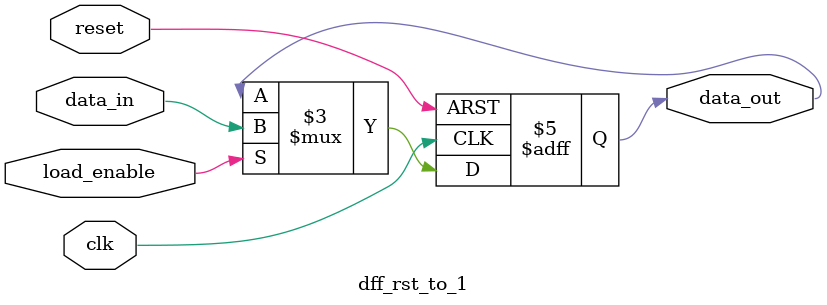
<source format=v>

module dff(
	input wire
	clk, reset,
	load_enable, data_in,
	output reg data_out
);

always @ (posedge clk, negedge reset) begin
	if(!reset)
		data_out <= 0;
	else if(load_enable)
		data_out <= data_in;
end

endmodule

// d flip flop that resets to 1
// used for the IDLE state flip flop
// basically a jumpstart
// in rest, identical to the original

module dff_rst_to_1 (
	input wire
	clk, reset,
	load_enable, data_in,
	output reg data_out
);

always @ (posedge clk, negedge reset) begin
	if(!reset)
		data_out <= 1;
	else if(load_enable)
		data_out <= data_in;
end

endmodule
</source>
